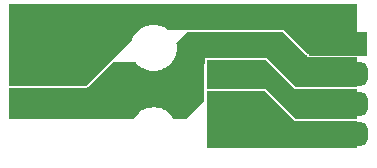
<source format=gbr>
%TF.GenerationSoftware,Altium Limited,Altium Designer,21.2.2 (38)*%
G04 Layer_Physical_Order=1*
G04 Layer_Color=255*
%FSLAX45Y45*%
%MOMM*%
%TF.SameCoordinates,B99934B0-A272-4072-8E61-E06CCB3B2E9A*%
%TF.FilePolarity,Positive*%
%TF.FileFunction,Copper,L1,Top,Signal*%
%TF.Part,Single*%
G01*
G75*
%TA.AperFunction,ComponentPad*%
%ADD10R,5.00000X2.00000*%
G04:AMPARAMS|DCode=11|XSize=2mm|YSize=5mm|CornerRadius=0.5mm|HoleSize=0mm|Usage=FLASHONLY|Rotation=270.000|XOffset=0mm|YOffset=0mm|HoleType=Round|Shape=RoundedRectangle|*
%AMROUNDEDRECTD11*
21,1,2.00000,4.00000,0,0,270.0*
21,1,1.00000,5.00000,0,0,270.0*
1,1,1.00000,-2.00000,-0.50000*
1,1,1.00000,-2.00000,0.50000*
1,1,1.00000,2.00000,0.50000*
1,1,1.00000,2.00000,-0.50000*
%
%ADD11ROUNDEDRECTD11*%
%ADD12C,1.50000*%
%ADD13R,1.50000X1.50000*%
G36*
X2974512Y1050000D02*
X2550000D01*
X2350000Y1250000D01*
X1376464D01*
X1376392Y1250071D01*
X1374305Y1251466D01*
X1372530Y1253242D01*
X1344686Y1271846D01*
X1342367Y1272807D01*
X1340280Y1274201D01*
X1309342Y1287016D01*
X1306879Y1287506D01*
X1304560Y1288467D01*
X1271716Y1295000D01*
X1269205D01*
X1266743Y1295490D01*
X1233256D01*
X1230795Y1295000D01*
X1228283D01*
X1195440Y1288467D01*
X1193121Y1287506D01*
X1190659Y1287016D01*
X1159720Y1274201D01*
X1157632Y1272806D01*
X1155313Y1271846D01*
X1127470Y1253242D01*
X1125695Y1251466D01*
X1123607Y1250072D01*
X1099928Y1226393D01*
X1098533Y1224305D01*
X1096758Y1222530D01*
X1078154Y1194686D01*
X1077193Y1192367D01*
X1075799Y1190280D01*
X1065559Y1165559D01*
X680000Y780000D01*
X25488D01*
Y1474512D01*
X2974512D01*
Y1050000D01*
D02*
G37*
G36*
X2538519Y1038519D02*
X2545000Y1035835D01*
Y1019000D01*
X2974512D01*
Y766236D01*
X2456725D01*
X2211480Y1011481D01*
X2200000Y1016236D01*
X1700000D01*
X1688519Y1011481D01*
X1683764Y1000000D01*
Y967528D01*
X1680000Y963764D01*
Y650000D01*
X1530000Y500000D01*
X1418295D01*
X1403242Y522530D01*
X1401466Y524305D01*
X1400072Y526392D01*
X1376392Y550071D01*
X1374305Y551466D01*
X1372530Y553241D01*
X1344686Y571846D01*
X1342367Y572807D01*
X1340280Y574201D01*
X1309342Y587016D01*
X1306879Y587506D01*
X1304560Y588467D01*
X1271716Y595000D01*
X1269205D01*
X1266743Y595490D01*
X1233256D01*
X1230795Y595000D01*
X1228283D01*
X1195440Y588467D01*
X1193121Y587506D01*
X1190659Y587016D01*
X1159720Y574201D01*
X1157632Y572806D01*
X1155313Y571845D01*
X1127470Y553241D01*
X1125695Y551466D01*
X1123607Y550072D01*
X1099928Y526392D01*
X1098533Y524305D01*
X1096758Y522530D01*
X1081704Y500000D01*
X25488D01*
Y763764D01*
X680000D01*
X691480Y768519D01*
X902961Y980000D01*
X1095068D01*
X1096758Y977470D01*
X1098533Y975695D01*
X1099928Y973607D01*
X1123607Y949929D01*
X1125695Y948534D01*
X1127470Y946758D01*
X1155313Y928154D01*
X1157633Y927193D01*
X1159720Y925799D01*
X1190658Y912984D01*
X1193121Y912494D01*
X1195440Y911533D01*
X1228284Y905000D01*
X1230795D01*
X1233256Y904511D01*
X1266743D01*
X1269206Y905000D01*
X1271716D01*
X1304560Y911533D01*
X1306880Y912494D01*
X1309341Y912984D01*
X1340280Y925799D01*
X1342368Y927194D01*
X1344686Y928154D01*
X1372530Y946758D01*
X1374305Y948534D01*
X1376392Y949928D01*
X1400071Y973607D01*
X1401466Y975695D01*
X1403242Y977470D01*
X1421846Y1005313D01*
X1422807Y1007633D01*
X1424201Y1009720D01*
X1437016Y1040658D01*
X1437506Y1043121D01*
X1438467Y1045440D01*
X1445000Y1078284D01*
Y1080795D01*
X1445490Y1083256D01*
Y1100000D01*
Y1116744D01*
X1445000Y1119205D01*
Y1121717D01*
X1441137Y1141137D01*
X1533764Y1233764D01*
X2343275D01*
X2538519Y1038519D01*
D02*
G37*
G36*
X2450000Y750000D02*
X2974512D01*
Y500000D01*
X2450000D01*
X2200000Y750000D01*
X1700000D01*
Y1000000D01*
X2200000D01*
X2450000Y750000D01*
D02*
G37*
G36*
X2438519Y488519D02*
X2450000Y483764D01*
X2974512D01*
Y250000D01*
X1700000D01*
Y733764D01*
X2193275D01*
X2438519Y488519D01*
D02*
G37*
D10*
X2810000Y1134000D02*
D03*
D11*
Y880000D02*
D03*
Y626000D02*
D03*
Y372000D02*
D03*
D12*
X246000Y623000D02*
D03*
Y877000D02*
D03*
X500000Y623000D02*
D03*
X1846000D02*
D03*
Y877000D02*
D03*
X2100000Y623000D02*
D03*
D13*
X500000Y877000D02*
D03*
X2100000D02*
D03*
%TF.MD5,4e43b629cffb76ff77ed8c41bb9903a6*%
M02*

</source>
